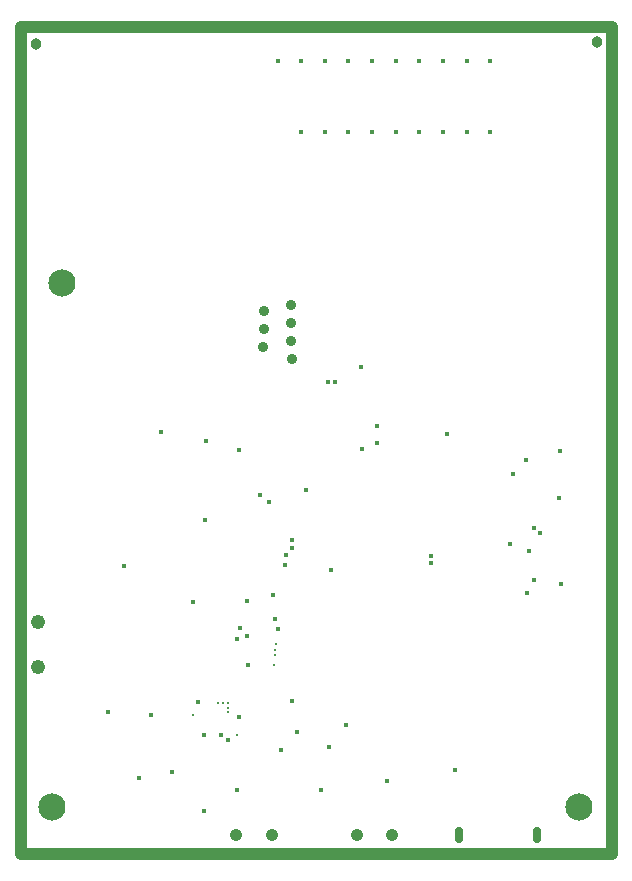
<source format=gbr>
%TF.GenerationSoftware,Altium Limited,Altium Designer,20.2.4 (192)*%
G04 Layer_Physical_Order=3*
G04 Layer_Color=128*
%FSLAX26Y26*%
%MOIN*%
%TF.SameCoordinates,397090C4-8786-4783-B811-474920FB5975*%
%TF.FilePolarity,Negative*%
%TF.FileFunction,Copper,L3,Inr,Plane*%
%TF.Part,Single*%
G01*
G75*
%TA.AperFunction,NonConductor*%
%ADD73C,0.040000*%
%TA.AperFunction,ViaPad*%
%ADD74C,0.038000*%
%ADD75C,0.090677*%
%TA.AperFunction,ComponentPad*%
%ADD76C,0.041465*%
%ADD77O,0.027685X0.055244*%
%ADD78C,0.048157*%
%TA.AperFunction,ViaPad*%
%ADD79C,0.015874*%
%ADD80C,0.036000*%
%ADD81C,0.011937*%
D73*
X0Y0D02*
Y2755905D01*
X1968504D01*
Y0D02*
Y2755905D01*
X0Y0D02*
X1968504D01*
D74*
X1920000Y2707000D02*
D03*
X51000Y2700000D02*
D03*
D75*
X135000Y1904000D02*
D03*
X103000Y158000D02*
D03*
X1861000Y156000D02*
D03*
D76*
X1236220Y62992D02*
D03*
X1118110Y62992D02*
D03*
X717890Y63000D02*
D03*
X836000Y63000D02*
D03*
D77*
X1721166Y64000D02*
D03*
X1461323D02*
D03*
D78*
X55118Y772047D02*
D03*
Y622047D02*
D03*
D79*
X1798315Y899685D02*
D03*
X883000Y997000D02*
D03*
X880976Y964000D02*
D03*
X1084000Y429000D02*
D03*
X1027000Y358000D02*
D03*
X728000Y1346000D02*
D03*
X1563661Y2644449D02*
D03*
Y2408228D02*
D03*
X1484921Y2644449D02*
D03*
Y2408228D02*
D03*
X1406181Y2644449D02*
D03*
Y2408228D02*
D03*
X1327441Y2644449D02*
D03*
Y2408228D02*
D03*
X1248701Y2644449D02*
D03*
Y2408228D02*
D03*
X1169961Y2644449D02*
D03*
Y2408228D02*
D03*
X1091220Y2644449D02*
D03*
Y2408228D02*
D03*
X1012480Y2644449D02*
D03*
Y2408228D02*
D03*
X933740Y2644449D02*
D03*
Y2408228D02*
D03*
X855000Y2644441D02*
D03*
X903000Y509000D02*
D03*
X920000Y406000D02*
D03*
X289000Y474000D02*
D03*
X610000Y397000D02*
D03*
X609000Y142000D02*
D03*
X721000Y212000D02*
D03*
X950000Y1214000D02*
D03*
X1448000Y279000D02*
D03*
X617000Y1376000D02*
D03*
X798000Y1198000D02*
D03*
X848000Y784000D02*
D03*
X574000Y839000D02*
D03*
X1033000Y947000D02*
D03*
X342000Y961000D02*
D03*
X857000Y749000D02*
D03*
X826000Y1173000D02*
D03*
X614000Y1115000D02*
D03*
X1221000Y243000D02*
D03*
X504000Y274000D02*
D03*
X999000Y213000D02*
D03*
X867000Y346000D02*
D03*
X841362Y864362D02*
D03*
X752000Y844000D02*
D03*
X902000Y1020000D02*
D03*
X467000Y1407000D02*
D03*
X1137000Y1349000D02*
D03*
X1418500Y1399500D02*
D03*
X1730685Y1070315D02*
D03*
X1132000Y1624000D02*
D03*
X1797756Y1342244D02*
D03*
X1639000Y1268000D02*
D03*
X1684000Y1313000D02*
D03*
X1365000Y969000D02*
D03*
X1794315Y1185685D02*
D03*
X1187000Y1427000D02*
D03*
X1630000Y1032000D02*
D03*
X1692000Y1011000D02*
D03*
X902000Y1046000D02*
D03*
X1365000Y994000D02*
D03*
X1685000Y871000D02*
D03*
X1187000Y1369000D02*
D03*
X1709000Y912000D02*
D03*
Y1086000D02*
D03*
X392000Y253000D02*
D03*
X757000Y630000D02*
D03*
X753000Y728000D02*
D03*
X1048000Y1572000D02*
D03*
X730000Y755000D02*
D03*
X719114Y717114D02*
D03*
X1022000Y1575000D02*
D03*
X434000Y464000D02*
D03*
X689000Y381000D02*
D03*
X727551Y456536D02*
D03*
X589000Y507000D02*
D03*
X665000Y397000D02*
D03*
D80*
X809762Y1810191D02*
D03*
Y1750191D02*
D03*
X806112Y1690302D02*
D03*
X903302Y1651743D02*
D03*
X898238Y1711529D02*
D03*
Y1771529D02*
D03*
Y1831529D02*
D03*
D81*
X844000Y630000D02*
D03*
X851000Y699000D02*
D03*
X848000Y679000D02*
D03*
X847000Y662000D02*
D03*
X719000Y396000D02*
D03*
X572000Y464000D02*
D03*
X688819Y503780D02*
D03*
Y488031D02*
D03*
Y472284D02*
D03*
X673071Y503780D02*
D03*
X657323D02*
D03*
%TF.MD5,4d954329960323bede40f41fa8d04d8d*%
M02*

</source>
